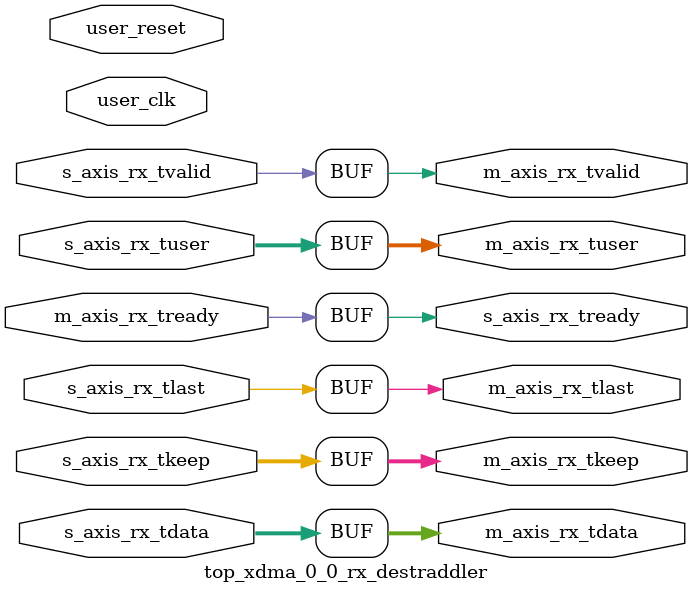
<source format=sv>


`timescale 1ps/1ps

module top_xdma_0_0_rx_destraddler #(
  parameter C_AXI_DATA_WIDTH = 64,                     // RX/TX interface data width
  parameter C_KEEP_WIDTH     = C_AXI_DATA_WIDTH/8,     // TKEEP width
  parameter TCQ              = 1                       // Clock to Q time

  ) (

  input                         user_clk,
  input                         user_reset,

  //-------------------------------------------------
  // AXI-S RX Interface from PCIe Hard Block
  //-------------------------------------------------
  input  [C_AXI_DATA_WIDTH-1:0] s_axis_rx_tdata,       // RX data
  input                         s_axis_rx_tvalid,      // RX data is valid
  output reg                    s_axis_rx_tready,      // RX ready for data
  input      [C_KEEP_WIDTH-1:0] s_axis_rx_tkeep,       // RX strobe byte enables
  input                         s_axis_rx_tlast,       // RX data is last
  input                  [21:0] s_axis_rx_tuser,       // RX user signals

  //-------------------------------------------------
  // AXI-S RX Interface to RX Demux
  //-------------------------------------------------
  output reg [C_AXI_DATA_WIDTH-1:0] m_axis_rx_tdata,       // RX data
  output reg                        m_axis_rx_tvalid,      // RX data is valid
  input                             m_axis_rx_tready,      // RX ready for data
  output reg    [C_KEEP_WIDTH-1:0]  m_axis_rx_tkeep,       // RX strobe byte enables
  output reg                        m_axis_rx_tlast,       // RX data is last
  output reg                [21:0]  m_axis_rx_tuser        // RX user signals

);

generate
if(C_AXI_DATA_WIDTH == 128) begin : data_width_128

  // Local parameters

  localparam NORMAL_PACKET    = 2'b00;
  localparam STRADDLED_PACKET = 2'b01;
  localparam THROTTLE_TLP     = 2'b10;

  // Wire and Register Declarations

  reg [1:0]  state;
  reg [63:0] prev_data_half;
  reg [7:0]  prev_keep_half;
  reg [21:0] prev_user_half;


  always @(posedge user_clk) begin

    if (user_reset) begin

      state <= #TCQ NORMAL_PACKET;

    end else begin

      if (m_axis_rx_tready) begin

        // Store higher DWs in case it's straddled packet
        prev_data_half <= #TCQ s_axis_rx_tdata[127:64];
        prev_keep_half <= #TCQ s_axis_rx_tkeep[15:8];
        prev_user_half <= #TCQ s_axis_rx_tuser;

        case (state)

        NORMAL_PACKET: begin

          if (s_axis_rx_tuser[14] && s_axis_rx_tuser[13]) begin // SOF && Start @ DW2/3

            state           <= #TCQ STRADDLED_PACKET;

          end

        end // NORMAL_PACKET

        STRADDLED_PACKET: begin

          if (s_axis_rx_tuser[21] && !s_axis_rx_tuser[14]) begin // EOF && !SOF

            if (s_axis_rx_tuser[20]) begin          // EOF @ DW2/3
              state           <= #TCQ THROTTLE_TLP;
            end else begin                          // EOF @ DW0/1
              state           <= #TCQ NORMAL_PACKET;
            end

          end // EOF && !SOF

          // Note for all possible conditions in this state:
          // else if EOF && SOF  : SOF can only start @ DW2/3, so EOF can only be @ DW0/1. Stay in this state
          // else if !EOF && SOF : Will never have SOF only in this state. Stay in this state
          // else if !EOF && !SOF: No change. Stay in this state

        end // STRADDLED_PACKET

        THROTTLE_TLP: begin

          state <= #TCQ NORMAL_PACKET;

        end // THROTTLE_TLP

        default: begin

          state <= #TCQ NORMAL_PACKET;

        end // default

        endcase

      end // s_axis_rx_tready
    end // reset
  end // always

  always @(*) begin

      case (state)

      NORMAL_PACKET: begin

        m_axis_rx_tdata  = s_axis_rx_tdata;
        m_axis_rx_tvalid = s_axis_rx_tvalid;
        s_axis_rx_tready = m_axis_rx_tready;
        m_axis_rx_tkeep  =   (s_axis_rx_tuser[20:19] == 2'b00) ? 16'h000F :
                           ( (s_axis_rx_tuser[20:19] == 2'b01) ? 16'h00FF :
                           ( (s_axis_rx_tuser[20:19] == 2'b10) ? 16'h0FFF :
                                                                 16'hFFFF ));

        m_axis_rx_tlast  = s_axis_rx_tuser[21];

        // If EOF or (EOF and SOF), zero out SOF field. If SOF, the EOF field is already zero in this state
        m_axis_rx_tuser  = s_axis_rx_tuser[21] ? ( {s_axis_rx_tuser[21:15], 5'b0, s_axis_rx_tuser[9:0]} ) :
                                                 ( s_axis_rx_tuser                                      ) ;

      end

      STRADDLED_PACKET: begin

        m_axis_rx_tdata  = {s_axis_rx_tdata[63:0], prev_data_half};
        m_axis_rx_tvalid = s_axis_rx_tvalid;
        s_axis_rx_tready = m_axis_rx_tready;

        m_axis_rx_tkeep  = { ((s_axis_rx_tuser[20:19] == 2'b00) ? 8'h0F : 8'hFF),
                             8'hFF
                           };

      //  m_axis_rx_tlast  = (s_axis_rx_tuser[21] && s_axis_rx_tuser[20]) ? 1'b0 : 1'b1;
         m_axis_rx_tlast  = s_axis_rx_tuser[20] ? 1'b0 : 1'b1;

        // If SOF seen previously, zero out EOF. If EOF or (EOF and SOF) currently, zero out SOF field.
        m_axis_rx_tuser  = prev_user_half[14] ? {5'b0, prev_user_half[16:0]} :
                                                ( s_axis_rx_tuser[21] ? ( {s_axis_rx_tuser[21:15], 5'b0, s_axis_rx_tuser[9:0]} ) :
                                                                        ( s_axis_rx_tuser                                      )
                                                );

      end

      THROTTLE_TLP: begin

        m_axis_rx_tdata  = {64'h0, prev_data_half};
        m_axis_rx_tvalid = 1'b1;
        s_axis_rx_tready = 1'b0;

        m_axis_rx_tkeep  = { 8'h0, 
                             ((prev_user_half[20:19] == 2'b10) ? 8'h0F : 8'hFF)
                           };

        m_axis_rx_tlast  = 1'b1;
        m_axis_rx_tuser  = {prev_user_half[21:15], 5'b0, prev_user_half[9:0]}; // Zero out SOF field

      end

      default: begin

        m_axis_rx_tdata  = s_axis_rx_tdata;
        m_axis_rx_tvalid = s_axis_rx_tvalid;
        s_axis_rx_tready = m_axis_rx_tready;
        m_axis_rx_tkeep  = s_axis_rx_tkeep;
        m_axis_rx_tlast  = s_axis_rx_tuser[21];
        m_axis_rx_tuser  = s_axis_rx_tuser;

      end

      endcase

  end // always

end // data_width_128
else begin: data_width_64

  // No straddling in 64-bit mode. Pass through all signals as is
  always @(*) begin

    m_axis_rx_tdata  = s_axis_rx_tdata;
    m_axis_rx_tvalid = s_axis_rx_tvalid;
    s_axis_rx_tready = m_axis_rx_tready;
    m_axis_rx_tkeep  = s_axis_rx_tkeep;
    m_axis_rx_tlast  = s_axis_rx_tlast;
    m_axis_rx_tuser  = s_axis_rx_tuser;

  end // always

end // data_width_64
endgenerate

endmodule

</source>
